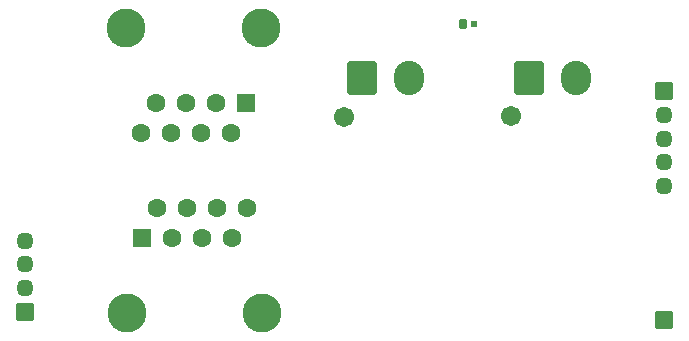
<source format=gbr>
G04 #@! TF.GenerationSoftware,KiCad,Pcbnew,(7.0.0-0)*
G04 #@! TF.CreationDate,2023-02-22T15:19:27+03:00*
G04 #@! TF.ProjectId,RP2040_minimal,52503230-3430-45f6-9d69-6e696d616c2e,REV1*
G04 #@! TF.SameCoordinates,Original*
G04 #@! TF.FileFunction,Soldermask,Bot*
G04 #@! TF.FilePolarity,Negative*
%FSLAX46Y46*%
G04 Gerber Fmt 4.6, Leading zero omitted, Abs format (unit mm)*
G04 Created by KiCad (PCBNEW (7.0.0-0)) date 2023-02-22 15:19:27*
%MOMM*%
%LPD*%
G01*
G04 APERTURE LIST*
G04 Aperture macros list*
%AMRoundRect*
0 Rectangle with rounded corners*
0 $1 Rounding radius*
0 $2 $3 $4 $5 $6 $7 $8 $9 X,Y pos of 4 corners*
0 Add a 4 corners polygon primitive as box body*
4,1,4,$2,$3,$4,$5,$6,$7,$8,$9,$2,$3,0*
0 Add four circle primitives for the rounded corners*
1,1,$1+$1,$2,$3*
1,1,$1+$1,$4,$5*
1,1,$1+$1,$6,$7*
1,1,$1+$1,$8,$9*
0 Add four rect primitives between the rounded corners*
20,1,$1+$1,$2,$3,$4,$5,0*
20,1,$1+$1,$4,$5,$6,$7,0*
20,1,$1+$1,$6,$7,$8,$9,0*
20,1,$1+$1,$8,$9,$2,$3,0*%
G04 Aperture macros list end*
%ADD10RoundRect,0.051000X0.675000X0.675000X-0.675000X0.675000X-0.675000X-0.675000X0.675000X-0.675000X0*%
%ADD11O,1.452000X1.452000*%
%ADD12RoundRect,0.051000X0.250000X-0.350000X0.250000X0.350000X-0.250000X0.350000X-0.250000X-0.350000X0*%
%ADD13O,0.602000X0.602000*%
%ADD14C,1.702000*%
%ADD15RoundRect,0.301000X-0.980000X-1.150000X0.980000X-1.150000X0.980000X1.150000X-0.980000X1.150000X0*%
%ADD16O,2.562000X2.902000*%
%ADD17RoundRect,0.051000X-0.675000X-0.675000X0.675000X-0.675000X0.675000X0.675000X-0.675000X0.675000X0*%
%ADD18C,3.302000*%
%ADD19RoundRect,0.051000X0.750000X0.750000X-0.750000X0.750000X-0.750000X-0.750000X0.750000X-0.750000X0*%
%ADD20C,1.602000*%
%ADD21RoundRect,0.051000X-0.750000X-0.750000X0.750000X-0.750000X0.750000X0.750000X-0.750000X0.750000X0*%
G04 APERTURE END LIST*
D10*
X130236000Y-70858400D03*
D11*
X130235999Y-68858399D03*
X130235999Y-66858399D03*
X130235999Y-64858399D03*
D12*
X167292600Y-46481200D03*
D13*
X168292599Y-46481199D03*
D14*
X171398000Y-54340000D03*
D15*
X172898000Y-51090000D03*
D16*
X176857999Y-51089999D03*
D17*
X184302600Y-71612400D03*
D14*
X157251400Y-54365400D03*
D15*
X158751400Y-51115400D03*
D16*
X162711399Y-51115399D03*
D17*
X184328000Y-52220000D03*
D11*
X184327999Y-54219999D03*
X184327999Y-56219999D03*
X184327999Y-58219999D03*
X184327999Y-60219999D03*
D18*
X150205700Y-46829300D03*
X138775700Y-46829300D03*
D19*
X148935700Y-53179300D03*
D20*
X147665700Y-55719300D03*
X146395700Y-53179300D03*
X145125700Y-55719300D03*
X143855700Y-53179300D03*
X142585700Y-55719300D03*
X141315700Y-53179300D03*
X140045700Y-55719300D03*
D18*
X138872100Y-71016900D03*
X150302100Y-71016900D03*
D21*
X140142100Y-64666900D03*
D20*
X141412100Y-62126900D03*
X142682100Y-64666900D03*
X143952100Y-62126900D03*
X145222100Y-64666900D03*
X146492100Y-62126900D03*
X147762100Y-64666900D03*
X149032100Y-62126900D03*
M02*

</source>
